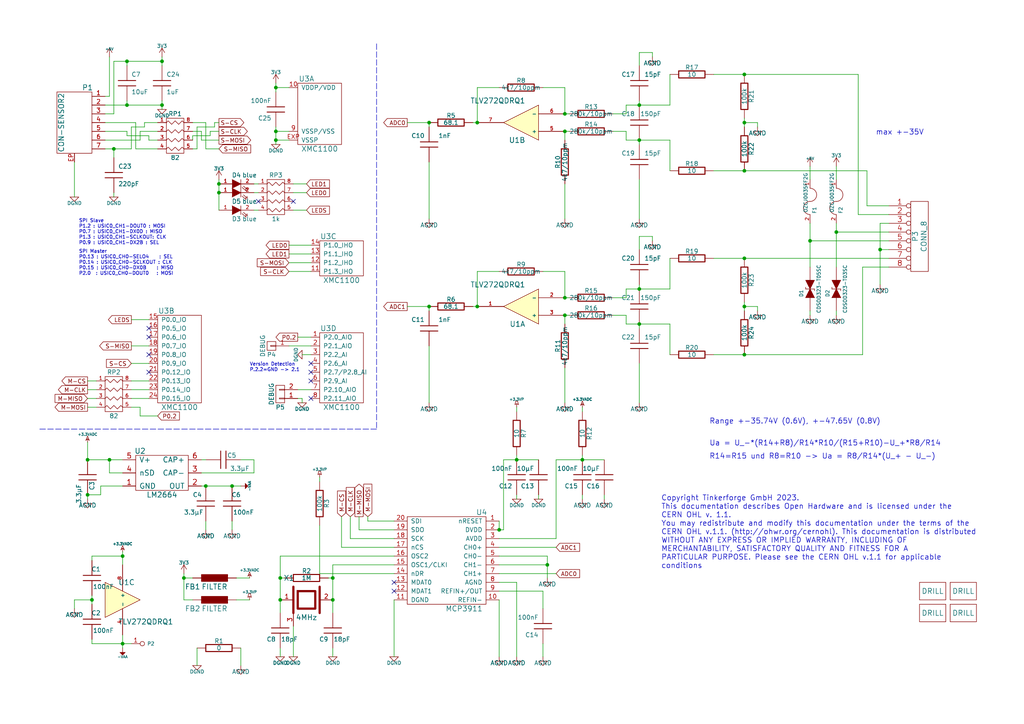
<source format=kicad_sch>
(kicad_sch (version 20211123) (generator eeschema)
  (paper "A4")
  (title_block (title "Industrial Dual Analog In") (date "2023-01-26") (rev "2.2") (company "Tinkerforge GmbH") (comment 1 "Licensed under CERN OHL v.1.1") (comment 2 "Copyright (©) 2023, B.Nordmeyer <bastian@tinkerforge.com>"))
  (lib_symbols
    (symbol "tinkerforge:+3.3VADC" (power) (pin_names (offset 0))
      (property "Value" "+3.3VADC" (at 0 2.54 0))
      (symbol "+3.3VADC_0_0"
        (pin power_in line (at 0 0 90) (length 0) hide (name "+3.3VADC") (number "1"))
      )
    )
    (symbol "tinkerforge:+3.3VP" (power) (pin_names (offset 0))
      (property "Value" "+3.3VP" (at 0 2.54 0))
      (symbol "+3.3VP_0_0"
        (pin power_in line (at 0 0 90) (length 0) hide (name "+3.3VP") (number "1"))
      )
    )
    (symbol "tinkerforge:+5V" (power) (pin_names (offset 0))
      (property "Value" "+5V" (at 0 3.556 0))
      (symbol "+5V_1_1"
        (pin power_in line (at 0 0 90) (length 0) hide (name "+5V") (number "1"))
      )
    )
    (symbol "tinkerforge:-VAA" (power) (pin_names (offset 0))
      (property "Value" "-VAA" (at 0 2.54 0))
      (symbol "-VAA_0_0"
        (pin power_in line (at 0 0 90) (length 0) hide (name "-VAA") (number "1"))
      )
    )
    (symbol "tinkerforge:3V3" (power) (pin_names (offset 0))
      (property "Value" "3V3" (at 0 3.556 0))
      (symbol "3V3_1_1"
        (pin power_in line (at 0 0 90) (length 0) hide (name "3V3") (number "1"))
      )
    )
    (symbol "tinkerforge:AGND" (power) (pin_names (offset 0))
      (property "Value" "AGND" (at 0 -5.08 0))
      (symbol "AGND_1_1"
        (pin power_in line (at 0 0 270) (length 0) hide (name "AGND") (number "1"))
      )
    )
    (symbol "tinkerforge:C" (pin_numbers hide) (pin_names (offset 0.254))
      (property "Reference" "C" (at 1.27 2.54 0))
      (property "Value" "C" (at 1.27 -2.54 0))
      (symbol "C_1_1"
        (pin passive line (at 0 5.08 270) (length 4.318) (name "~") (number "1"))
        (pin passive line (at 0 -5.08 90) (length 4.318) (name "~") (number "2"))
      )
    )
    (symbol "tinkerforge:CON-SENSOR2" (pin_names (offset 1.016))
      (property "Reference" "P" (at -3.81 10.16 0))
      (property "Value" "CON-SENSOR2" (at 3.81 0 90))
      (symbol "CON-SENSOR2_1_1"
        (pin passive line (at -8.89 7.62 0) (length 3.81) (name "~") (number "1"))
        (pin passive line (at -8.89 5.08 0) (length 3.81) (name "~") (number "2"))
        (pin passive line (at -8.89 2.54 0) (length 3.81) (name "~") (number "3"))
        (pin passive line (at -8.89 0 0) (length 3.81) (name "~") (number "4"))
        (pin passive line (at -8.89 -2.54 0) (length 3.81) (name "~") (number "5"))
        (pin passive line (at -8.89 -5.08 0) (length 3.81) (name "~") (number "6"))
        (pin passive line (at -8.89 -7.62 0) (length 3.81) (name "~") (number "7"))
        (pin passive line (at 0 -11.43 90) (length 2.54) (name "~") (number "EP"))
      )
    )
    (symbol "tinkerforge:CONN_01X01" (pin_names (offset 1.016) hide)
      (property "Reference" "P" (at 0 2.54 0))
      (property "Value" "CONN_01X01" (at 2.54 0 90))
      (symbol "CONN_01X01_1_1"
        (pin passive line (at -5.08 0 0) (length 3.81) (name "P1") (number "1"))
      )
    )
    (symbol "tinkerforge:CONN_01X02" (pin_names (offset 1.016) hide)
      (property "Reference" "P" (at 0 3.81 0))
      (property "Value" "CONN_01X02" (at 2.54 0 90))
      (symbol "CONN_01X02_1_1"
        (pin passive line (at -5.08 1.27 0) (length 3.81) (name "P1") (number "1"))
        (pin passive line (at -5.08 -1.27 0) (length 3.81) (name "P2") (number "2"))
      )
    )
    (symbol "tinkerforge:CONN_1" (pin_names (offset 1.016))
      (property "Reference" "P" (at -0.381 3.556 0))
      (property "Value" "CONN_1" (at 0 -2.286 0))
      (symbol "CONN_1_1_1"
        (pin input line (at -2.54 0 0) (length 2.54) (name "~") (number "1"))
      )
    )
    (symbol "tinkerforge:CONN_8" (pin_names (offset 0.762) hide)
      (property "Reference" "P" (at -1.27 0 90))
      (property "Value" "CONN_8" (at 1.27 0 90))
      (symbol "CONN_8_1_1"
        (pin passive inverted (at -8.89 8.89 0) (length 6.35) (name "1") (number "1"))
        (pin passive inverted (at -8.89 6.35 0) (length 6.35) (name "2") (number "2"))
        (pin passive inverted (at -8.89 3.81 0) (length 6.35) (name "3") (number "3"))
        (pin passive inverted (at -8.89 1.27 0) (length 6.35) (name "4") (number "4"))
        (pin passive inverted (at -8.89 -1.27 0) (length 6.35) (name "5") (number "5"))
        (pin passive inverted (at -8.89 -3.81 0) (length 6.35) (name "6") (number "6"))
        (pin passive inverted (at -8.89 -6.35 0) (length 6.35) (name "~") (number "7"))
        (pin passive inverted (at -8.89 -8.89 0) (length 6.35) (name "~") (number "8"))
      )
    )
    (symbol "tinkerforge:CRYSTAL_3225" (pin_names (offset 1.016))
      (property "Reference" "X" (at -5.08 6.35 0))
      (property "Value" "CRYSTAL_3225" (at 6.35 -6.35 0))
      (symbol "CRYSTAL_3225_1_1"
        (pin passive line (at -7.62 0 0) (length 3.81) (name "~") (number "1"))
        (pin passive line (at 7.62 0 180) (length 3.81) (name "~") (number "2"))
        (pin passive line (at -3.81 -7.62 90) (length 3.81) (name "~") (number "3"))
      )
    )
    (symbol "tinkerforge:DGND" (power) (pin_names (offset 1.016))
      (property "Value" "DGND" (at 0 -1.778 0))
      (symbol "DGND_1_1"
        (pin power_in line (at 0 0 90) (length 0) hide (name "DGND") (number "1"))
      )
    )
    (symbol "tinkerforge:DRILL" (pin_numbers hide) (pin_names (offset 0) hide)
      (property "Value" "DRILL" (at 0 0 0))
    )
    (symbol "tinkerforge:FUSE" (pin_names (offset 0.254))
      (property "Reference" "F" (at 2.54 1.27 0))
      (property "Value" "FUSE" (at -2.54 -1.27 0))
      (symbol "FUSE_1_1"
        (pin input line (at -6.35 0 0) (length 2.54) (name "~") (number "1"))
        (pin input line (at 6.35 0 180) (length 2.54) (name "~") (number "2"))
      )
    )
    (symbol "tinkerforge:INDUCT" (pin_numbers hide) (pin_names (offset 0))
      (property "Reference" "L" (at 2.032 0 90))
      (property "Value" "INDUCT" (at -2.54 0 90))
      (symbol "INDUCT_1_1"
        (pin passive line (at 0 6.35 270) (length 2.54) (name "~") (number "1"))
        (pin passive line (at 0 -6.35 90) (length 2.54) (name "~") (number "2"))
      )
    )
    (symbol "tinkerforge:LED" (pin_names (offset 1.016) hide)
      (property "Reference" "D" (at 0 2.54 0))
      (property "Value" "LED" (at 0 -2.54 0))
      (symbol "LED_1_1"
        (pin passive line (at -5.08 0 0) (length 3.81) (name "A") (number "1"))
        (pin passive line (at 5.08 0 180) (length 3.81) (name "K") (number "2"))
      )
    )
    (symbol "tinkerforge:LM2664" (pin_names (offset 1.016))
      (property "Reference" "U" (at -6.35 6.35 0))
      (property "Value" "LM2664" (at 0 -6.35 0))
      (symbol "LM2664_1_1"
        (pin input line (at -11.43 -3.81 0) (length 3.81) (name "GND") (number "1"))
        (pin input line (at 11.43 -3.81 180) (length 3.81) (name "OUT") (number "2"))
        (pin input line (at 11.43 0 180) (length 3.81) (name "CAP-") (number "3"))
        (pin input line (at -11.43 0 0) (length 3.81) (name "nSD") (number "4"))
        (pin input line (at -11.43 3.81 0) (length 3.81) (name "V+") (number "5"))
        (pin input line (at 11.43 3.81 180) (length 3.81) (name "CAP+") (number "6"))
      )
    )
    (symbol "tinkerforge:MCP3911" (pin_names (offset 1.016))
      (property "Reference" "U" (at -10.16 13.97 0))
      (property "Value" "MCP3911" (at -5.08 -13.97 0))
      (symbol "MCP3911_1_1"
        (pin passive line (at -15.24 11.43 0) (length 3.81) (name "nRESET") (number "1"))
        (pin passive line (at -15.24 -11.43 0) (length 3.81) (name "REFIN-") (number "10"))
        (pin passive line (at 15.24 -11.43 180) (length 3.81) (name "DGND") (number "11"))
        (pin passive line (at 15.24 -8.89 180) (length 3.81) (name "MDAT1") (number "12"))
        (pin passive line (at 15.24 -6.35 180) (length 3.81) (name "MDAT0") (number "13"))
        (pin passive line (at 15.24 -3.81 180) (length 3.81) (name "nDR") (number "14"))
        (pin passive line (at 15.24 -1.27 180) (length 3.81) (name "OSC1/CLKI") (number "15"))
        (pin passive line (at 15.24 1.27 180) (length 3.81) (name "OSC2") (number "16"))
        (pin passive line (at 15.24 3.81 180) (length 3.81) (name "nCS") (number "17"))
        (pin passive line (at 15.24 6.35 180) (length 3.81) (name "SCK") (number "18"))
        (pin passive line (at 15.24 8.89 180) (length 3.81) (name "SDO") (number "19"))
        (pin passive line (at -15.24 8.89 0) (length 3.81) (name "DVDD") (number "2"))
        (pin passive line (at 15.24 11.43 180) (length 3.81) (name "SDI") (number "20"))
        (pin passive line (at -15.24 6.35 0) (length 3.81) (name "AVDD") (number "3"))
        (pin passive line (at -15.24 3.81 0) (length 3.81) (name "CH0+") (number "4"))
        (pin passive line (at -15.24 1.27 0) (length 3.81) (name "CH0-") (number "5"))
        (pin passive line (at -15.24 -1.27 0) (length 3.81) (name "CH1-") (number "6"))
        (pin passive line (at -15.24 -3.81 0) (length 3.81) (name "CH1+") (number "7"))
        (pin passive line (at -15.24 -6.35 0) (length 3.81) (name "AGND") (number "8"))
        (pin passive line (at -15.24 -8.89 0) (length 3.81) (name "REFIN+/OUT") (number "9"))
      )
    )
    (symbol "tinkerforge:R" (pin_numbers hide) (pin_names (offset 0))
      (property "Reference" "R" (at 2.032 0 90))
      (property "Value" "R" (at 0 0 90))
      (symbol "R_1_1"
        (pin passive line (at 0 6.35 270) (length 2.54) (name "~") (number "1"))
        (pin passive line (at 0 -6.35 90) (length 2.54) (name "~") (number "2"))
      )
    )
    (symbol "tinkerforge:R_PACK4" (pin_names hide)
      (property "Reference" "RP" (at 0 11.43 0))
      (property "Value" "R_PACK4" (at 0 -1.27 0))
      (symbol "R_PACK4_1_1"
        (pin passive line (at -5.08 8.89 0) (length 2.54) (name "P1") (number "1"))
        (pin passive line (at -5.08 6.35 0) (length 2.54) (name "P2") (number "2"))
        (pin passive line (at -5.08 3.81 0) (length 2.54) (name "P3") (number "3"))
        (pin passive line (at -5.08 1.27 0) (length 2.54) (name "P4") (number "4"))
        (pin passive line (at 5.08 1.27 180) (length 2.54) (name "R4") (number "5"))
        (pin passive line (at 5.08 3.81 180) (length 2.54) (name "R3") (number "6"))
        (pin passive line (at 5.08 6.35 180) (length 2.54) (name "R2") (number "7"))
        (pin passive line (at 5.08 8.89 180) (length 2.54) (name "R1") (number "8"))
      )
    )
    (symbol "tinkerforge:TLV272"
      (property "Reference" "U" (at 3.81 5.08 0))
      (property "Value" "TLV272" (at 3.81 -6.35 0))
      (symbol "TLV272_1_1"
        (pin output line (at 12.7 0 180) (length 7.62) (name "~") (number "1"))
        (pin input line (at -12.7 -2.54 0) (length 7.62) (name "-") (number "2"))
        (pin input line (at -12.7 2.54 0) (length 7.62) (name "+") (number "3"))
      )
      (symbol "TLV272_2_1"
        (pin passive line (at -12.7 2.54 0) (length 7.62) (name "+") (number "5"))
        (pin passive line (at -12.7 -2.54 0) (length 7.62) (name "-") (number "6"))
        (pin passive line (at 12.7 0 180) (length 7.62) (name "~") (number "7"))
      )
      (symbol "TLV272_3_1"
        (pin input line (at 0 -10.16 90) (length 7.62) (name "-") (number "4"))
        (pin input line (at 0 10.16 270) (length 7.62) (name "+") (number "8"))
      )
    )
    (symbol "tinkerforge:TVS" (pin_numbers hide) (pin_names (offset 1.016) hide)
      (property "Reference" "D" (at -1.27 2.54 0))
      (property "Value" "TVS" (at 0 -2.54 0))
      (symbol "TVS_1_1"
        (pin passive line (at -6.35 0 0) (length 3.81) (name "A") (number "1"))
        (pin passive line (at 6.35 0 180) (length 3.81) (name "K") (number "2"))
      )
    )
    (symbol "tinkerforge:XMC1XXX24" (pin_names (offset 1.016))
      (property "Reference" "U" (at -3.81 15.24 0))
      (property "Value" "XMC1XXX24" (at 0 -16.51 0))
      (symbol "XMC1XXX24_1_1"
        (pin passive line (at -8.89 7.62 0) (length 2.54) (name "VDDP/VDD") (number "10"))
        (pin passive line (at -8.89 -5.08 0) (length 2.54) (name "VSSP/VSS") (number "9"))
        (pin passive line (at -8.89 -7.62 0) (length 2.54) (name "VSSP") (number "EXP"))
      )
      (symbol "XMC1XXX24_2_1"
        (pin passive line (at -8.89 11.43 0) (length 2.54) (name "P0.0_IO") (number "15"))
        (pin passive line (at -8.89 8.89 0) (length 2.54) (name "P0.5_IO") (number "16"))
        (pin passive line (at -8.89 6.35 0) (length 2.54) (name "P0.6_IO") (number "17"))
        (pin passive line (at -8.89 3.81 0) (length 2.54) (name "P0.7_IO") (number "18"))
        (pin passive line (at -8.89 1.27 0) (length 2.54) (name "P0.8_IO") (number "19"))
        (pin passive line (at -8.89 -1.27 0) (length 2.54) (name "P0.9_IO") (number "20"))
        (pin passive line (at -8.89 -3.81 0) (length 2.54) (name "P0.12_IO") (number "21"))
        (pin passive line (at -8.89 -6.35 0) (length 2.54) (name "P0.13_IO") (number "22"))
        (pin passive line (at -8.89 -8.89 0) (length 2.54) (name "P0.14_IO") (number "23"))
        (pin passive line (at -8.89 -11.43 0) (length 2.54) (name "P0.15_IO") (number "24"))
      )
      (symbol "XMC1XXX24_3_1"
        (pin passive line (at -8.89 -3.81 0) (length 2.54) (name "P1.3_IHO") (number "11"))
        (pin passive line (at -8.89 -1.27 0) (length 2.54) (name "P1.2_IHO") (number "12"))
        (pin passive line (at -8.89 1.27 0) (length 2.54) (name "P1.1_IHO") (number "13"))
        (pin passive line (at -8.89 3.81 0) (length 2.54) (name "P1.0_IHO") (number "14"))
      )
      (symbol "XMC1XXX24_4_1"
        (pin passive line (at -8.89 8.89 0) (length 2.54) (name "P2.0_AIO") (number "1"))
        (pin passive line (at -8.89 6.35 0) (length 2.54) (name "P2.1_AIO") (number "2"))
        (pin passive line (at -8.89 3.81 0) (length 2.54) (name "P2.2_AI") (number "3"))
        (pin passive line (at -8.89 1.27 0) (length 2.54) (name "P2.6_AI") (number "4"))
        (pin passive line (at -8.89 -1.27 0) (length 2.54) (name "P2.7/P2.8_AI") (number "5"))
        (pin passive line (at -8.89 -3.81 0) (length 2.54) (name "P2.9_AI") (number "6"))
        (pin passive line (at -8.89 -6.35 0) (length 2.54) (name "P2.10_AIO") (number "7"))
        (pin passive line (at -8.89 -8.89 0) (length 2.54) (name "P2.11_AIO") (number "8"))
      )
    )
  )
  (junction (at 96.52 173.99))
  (junction (at 63.5 55.88))
  (junction (at 185.42 93.98))
  (junction (at 215.9 21.59))
  (junction (at 35.56 186.69))
  (junction (at 46.99 17.78))
  (junction (at 81.28 173.99))
  (junction (at 67.31 140.97))
  (junction (at 35.56 161.29))
  (junction (at 124.46 35.56))
  (junction (at 36.83 17.78))
  (junction (at 26.67 173.99))
  (junction (at 53.34 167.64))
  (junction (at 163.83 33.02))
  (junction (at 234.95 69.85))
  (junction (at 215.9 88.9))
  (junction (at 185.42 30.48))
  (junction (at 59.69 140.97))
  (junction (at 25.4 143.51))
  (junction (at 185.42 40.64))
  (junction (at 124.46 88.9))
  (junction (at 215.9 35.56))
  (junction (at 158.75 163.83))
  (junction (at 168.91 133.35))
  (junction (at 242.57 67.31))
  (junction (at 36.83 30.48))
  (junction (at 163.83 38.1))
  (junction (at 81.28 167.64))
  (junction (at 31.75 133.35))
  (junction (at 96.52 167.64))
  (junction (at 33.02 43.18))
  (junction (at 80.01 38.1))
  (junction (at 215.9 74.93))
  (junction (at 144.78 153.67))
  (junction (at 80.01 40.64))
  (junction (at 255.27 72.39))
  (junction (at 80.01 25.4))
  (junction (at 149.86 133.35))
  (junction (at 25.4 133.35))
  (junction (at 163.83 91.44))
  (junction (at 185.42 83.82))
  (junction (at 138.43 88.9))
  (junction (at 138.43 35.56))
  (junction (at 215.9 102.87))
  (junction (at 163.83 86.36))
  (junction (at 215.9 49.53))
  (junction (at 63.5 53.34))
  (junction (at 46.99 30.48))
  (no_connect (at 43.18 102.87))
  (no_connect (at 114.3 171.45))
  (no_connect (at 74.93 58.42))
  (no_connect (at 90.17 110.49))
  (no_connect (at 90.17 115.57))
  (no_connect (at 43.18 95.25))
  (no_connect (at 43.18 107.95))
  (no_connect (at 43.18 97.79))
  (no_connect (at 114.3 168.91))
  (no_connect (at 90.17 107.95))
  (no_connect (at 90.17 105.41))
  (no_connect (at 85.09 58.42))
  (wire (pts (xy 251.46 49.53) (xy 251.46 59.69)))
  (wire (pts (xy 80.01 24.13) (xy 80.01 25.4)))
  (wire (pts (xy 215.9 35.56) (xy 215.9 36.83)))
  (wire (pts (xy 106.68 151.13) (xy 106.68 149.86)))
  (wire (pts (xy 35.56 186.69) (xy 38.1 186.69)))
  (wire (pts (xy 165.1 86.36) (xy 163.83 86.36)))
  (wire (pts (xy 163.83 116.84) (xy 163.83 106.68)))
  (wire (pts (xy 59.69 151.13) (xy 59.69 153.67)))
  (wire (pts (xy 26.67 186.69) (xy 35.56 186.69)))
  (wire (pts (xy 185.42 30.48) (xy 185.42 29.21)))
  (wire (pts (xy 251.46 59.69) (xy 257.81 59.69)))
  (wire (pts (xy 63.5 52.07) (xy 63.5 53.34)))
  (wire (pts (xy 31.75 133.35) (xy 25.4 133.35)))
  (wire (pts (xy 215.9 35.56) (xy 219.71 35.56)))
  (wire (pts (xy 124.46 35.56) (xy 124.46 36.83)))
  (wire (pts (xy 138.43 25.4) (xy 144.78 25.4)))
  (wire (pts (xy 40.64 40.64) (xy 40.64 38.1)))
  (wire (pts (xy 30.48 27.94) (xy 31.75 27.94)))
  (wire (pts (xy 242.57 64.77) (xy 242.57 67.31)))
  (wire (pts (xy 57.15 43.18) (xy 57.15 36.83)))
  (wire (pts (xy 181.61 93.98) (xy 181.61 91.44)))
  (wire (pts (xy 219.71 35.56) (xy 219.71 36.83)))
  (wire (pts (xy 149.86 133.35) (xy 156.21 133.35)))
  (wire (pts (xy 35.56 161.29) (xy 26.67 161.29)))
  (wire (pts (xy 101.6 156.21) (xy 101.6 149.86)))
  (wire (pts (xy 207.01 74.93) (xy 215.9 74.93)))
  (wire (pts (xy 144.78 158.75) (xy 161.29 158.75)))
  (wire (pts (xy 163.83 91.44) (xy 163.83 93.98)))
  (wire (pts (xy 62.23 35.56) (xy 63.5 35.56)))
  (wire (pts (xy 26.67 161.29) (xy 26.67 162.56)))
  (wire (pts (xy 185.42 68.58) (xy 185.42 72.39)))
  (wire (pts (xy 36.83 38.1) (xy 36.83 39.37)))
  (wire (pts (xy 33.02 33.02) (xy 33.02 17.78)))
  (wire (pts (xy 101.6 156.21) (xy 114.3 156.21)))
  (wire (pts (xy 67.31 140.97) (xy 69.85 140.97)))
  (wire (pts (xy 80.01 40.64) (xy 83.82 40.64)))
  (wire (pts (xy 165.1 33.02) (xy 163.83 33.02)))
  (wire (pts (xy 38.1 92.71) (xy 43.18 92.71)))
  (wire (pts (xy 59.69 35.56) (xy 59.69 43.18)))
  (wire (pts (xy 38.1 105.41) (xy 43.18 105.41)))
  (wire (pts (xy 30.48 30.48) (xy 36.83 30.48)))
  (wire (pts (xy 27.94 113.03) (xy 25.4 113.03)))
  (wire (pts (xy 25.4 133.35) (xy 25.4 128.27)))
  (wire (pts (xy 144.78 151.13) (xy 144.78 153.67)))
  (wire (pts (xy 90.17 76.2) (xy 83.82 76.2)))
  (wire (pts (xy 118.11 35.56) (xy 124.46 35.56)))
  (wire (pts (xy 219.71 88.9) (xy 219.71 90.17)))
  (wire (pts (xy 255.27 72.39) (xy 255.27 82.55)))
  (wire (pts (xy 36.83 19.05) (xy 36.83 17.78)))
  (wire (pts (xy 80.01 40.64) (xy 80.01 38.1)))
  (wire (pts (xy 38.1 113.03) (xy 43.18 113.03)))
  (wire (pts (xy 215.9 88.9) (xy 219.71 88.9)))
  (wire (pts (xy 149.86 119.38) (xy 149.86 118.11)))
  (wire (pts (xy 59.69 140.97) (xy 67.31 140.97)))
  (wire (pts (xy 215.9 87.63) (xy 215.9 88.9)))
  (wire (pts (xy 163.83 78.74) (xy 157.48 78.74)))
  (wire (pts (xy 74.93 55.88) (xy 73.66 55.88)))
  (wire (pts (xy 41.91 35.56) (xy 45.72 35.56)))
  (wire (pts (xy 144.78 168.91) (xy 149.86 168.91)))
  (wire (pts (xy 85.09 60.96) (xy 88.9 60.96)))
  (wire (pts (xy 185.42 83.82) (xy 194.31 83.82)))
  (wire (pts (xy 46.99 30.48) (xy 46.99 31.75)))
  (wire (pts (xy 45.72 120.65) (xy 40.64 120.65)))
  (wire (pts (xy 30.48 38.1) (xy 36.83 38.1)))
  (wire (pts (xy 57.15 187.96) (xy 57.15 193.04)))
  (wire (pts (xy 234.95 69.85) (xy 257.81 69.85)))
  (wire (pts (xy 35.56 133.35) (xy 31.75 133.35)))
  (wire (pts (xy 60.96 38.1) (xy 63.5 38.1)))
  (wire (pts (xy 114.3 166.37) (xy 92.71 166.37)))
  (polyline (pts (xy 109.22 12.7) (xy 109.22 124.46)))
  (wire (pts (xy 88.9 55.88) (xy 85.09 55.88)))
  (wire (pts (xy 27.94 115.57) (xy 25.4 115.57)))
  (wire (pts (xy 38.1 43.18) (xy 38.1 36.83)))
  (wire (pts (xy 80.01 41.91) (xy 80.01 40.64)))
  (wire (pts (xy 234.95 69.85) (xy 234.95 77.47)))
  (wire (pts (xy 163.83 63.5) (xy 163.83 53.34)))
  (wire (pts (xy 86.36 97.79) (xy 90.17 97.79)))
  (wire (pts (xy 25.4 110.49) (xy 27.94 110.49)))
  (wire (pts (xy 83.82 25.4) (xy 80.01 25.4)))
  (wire (pts (xy 181.61 30.48) (xy 185.42 30.48)))
  (wire (pts (xy 250.19 77.47) (xy 257.81 77.47)))
  (wire (pts (xy 215.9 88.9) (xy 215.9 90.17)))
  (wire (pts (xy 161.29 156.21) (xy 161.29 133.35)))
  (wire (pts (xy 157.48 171.45) (xy 157.48 176.53)))
  (wire (pts (xy 55.88 43.18) (xy 57.15 43.18)))
  (wire (pts (xy 234.95 52.07) (xy 234.95 48.26)))
  (wire (pts (xy 144.78 161.29) (xy 158.75 161.29)))
  (wire (pts (xy 38.1 100.33) (xy 43.18 100.33)))
  (wire (pts (xy 36.83 17.78) (xy 46.99 17.78)))
  (wire (pts (xy 31.75 137.16) (xy 31.75 133.35)))
  (wire (pts (xy 144.78 190.5) (xy 144.78 173.99)))
  (wire (pts (xy 25.4 143.51) (xy 25.4 144.78)))
  (wire (pts (xy 46.99 29.21) (xy 46.99 30.48)))
  (wire (pts (xy 36.83 30.48) (xy 36.83 29.21)))
  (wire (pts (xy 144.78 163.83) (xy 158.75 163.83)))
  (wire (pts (xy 83.82 73.66) (xy 90.17 73.66)))
  (wire (pts (xy 185.42 41.91) (xy 185.42 40.64)))
  (wire (pts (xy 35.56 184.15) (xy 35.56 186.69)))
  (wire (pts (xy 80.01 38.1) (xy 80.01 36.83)))
  (wire (pts (xy 53.34 166.37) (xy 53.34 167.64)))
  (wire (pts (xy 68.58 173.99) (xy 72.39 173.99)))
  (wire (pts (xy 138.43 35.56) (xy 138.43 25.4)))
  (wire (pts (xy 177.8 33.02) (xy 181.61 33.02)))
  (wire (pts (xy 161.29 133.35) (xy 168.91 133.35)))
  (wire (pts (xy 83.82 38.1) (xy 80.01 38.1)))
  (wire (pts (xy 234.95 64.77) (xy 234.95 69.85)))
  (wire (pts (xy 104.14 153.67) (xy 104.14 149.86)))
  (wire (pts (xy 185.42 95.25) (xy 185.42 93.98)))
  (wire (pts (xy 215.9 49.53) (xy 251.46 49.53)))
  (wire (pts (xy 96.52 163.83) (xy 96.52 167.64)))
  (wire (pts (xy 33.02 57.15) (xy 33.02 55.88)))
  (wire (pts (xy 58.42 40.64) (xy 63.5 40.64)))
  (wire (pts (xy 242.57 67.31) (xy 242.57 77.47)))
  (wire (pts (xy 73.66 60.96) (xy 74.93 60.96)))
  (wire (pts (xy 73.66 53.34) (xy 74.93 53.34)))
  (wire (pts (xy 62.23 36.83) (xy 62.23 35.56)))
  (wire (pts (xy 181.61 83.82) (xy 185.42 83.82)))
  (wire (pts (xy 30.48 43.18) (xy 33.02 43.18)))
  (wire (pts (xy 38.1 115.57) (xy 43.18 115.57)))
  (wire (pts (xy 168.91 133.35) (xy 175.26 133.35)))
  (wire (pts (xy 114.3 163.83) (xy 96.52 163.83)))
  (wire (pts (xy 138.43 88.9) (xy 138.43 78.74)))
  (wire (pts (xy 58.42 38.1) (xy 58.42 40.64)))
  (wire (pts (xy 63.5 53.34) (xy 63.5 55.88)))
  (wire (pts (xy 124.46 116.84) (xy 124.46 100.33)))
  (wire (pts (xy 55.88 39.37) (xy 60.96 39.37)))
  (wire (pts (xy 248.92 62.23) (xy 257.81 62.23)))
  (wire (pts (xy 181.61 40.64) (xy 185.42 40.64)))
  (wire (pts (xy 215.9 102.87) (xy 250.19 102.87)))
  (wire (pts (xy 55.88 38.1) (xy 58.42 38.1)))
  (wire (pts (xy 53.34 167.64) (xy 53.34 173.99)))
  (wire (pts (xy 207.01 102.87) (xy 215.9 102.87)))
  (wire (pts (xy 26.67 186.69) (xy 26.67 185.42)))
  (wire (pts (xy 185.42 105.41) (xy 185.42 116.84)))
  (wire (pts (xy 92.71 166.37) (xy 92.71 152.4)))
  (wire (pts (xy 33.02 43.18) (xy 38.1 43.18)))
  (wire (pts (xy 46.99 16.51) (xy 46.99 17.78)))
  (wire (pts (xy 255.27 64.77) (xy 255.27 72.39)))
  (wire (pts (xy 165.1 38.1) (xy 163.83 38.1)))
  (wire (pts (xy 114.3 153.67) (xy 104.14 153.67)))
  (wire (pts (xy 137.16 35.56) (xy 138.43 35.56)))
  (wire (pts (xy 39.37 43.18) (xy 45.72 43.18)))
  (wire (pts (xy 67.31 151.13) (xy 67.31 153.67)))
  (wire (pts (xy 242.57 91.44) (xy 242.57 90.17)))
  (wire (pts (xy 99.06 158.75) (xy 99.06 149.86)))
  (wire (pts (xy 81.28 167.64) (xy 81.28 173.99)))
  (wire (pts (xy 81.28 167.64) (xy 82.55 167.64)))
  (wire (pts (xy 59.69 133.35) (xy 58.42 133.35)))
  (wire (pts (xy 73.66 133.35) (xy 69.85 133.35)))
  (wire (pts (xy 146.05 153.67) (xy 146.05 133.35)))
  (wire (pts (xy 21.59 173.99) (xy 21.59 176.53)))
  (wire (pts (xy 175.26 144.78) (xy 175.26 143.51)))
  (wire (pts (xy 92.71 139.7) (xy 92.71 138.43)))
  (wire (pts (xy 144.78 156.21) (xy 161.29 156.21)))
  (wire (pts (xy 189.23 69.85) (xy 189.23 68.58)))
  (wire (pts (xy 35.56 161.29) (xy 35.56 163.83)))
  (wire (pts (xy 35.56 140.97) (xy 29.21 140.97)))
  (wire (pts (xy 33.02 45.72) (xy 33.02 43.18)))
  (wire (pts (xy 43.18 39.37) (xy 43.18 40.64)))
  (wire (pts (xy 158.75 163.83) (xy 158.75 167.64)))
  (wire (pts (xy 234.95 91.44) (xy 234.95 90.17)))
  (wire (pts (xy 168.91 133.35) (xy 168.91 132.08)))
  (wire (pts (xy 215.9 34.29) (xy 215.9 35.56)))
  (wire (pts (xy 181.61 40.64) (xy 181.61 38.1)))
  (wire (pts (xy 80.01 25.4) (xy 80.01 26.67)))
  (wire (pts (xy 149.86 144.78) (xy 149.86 143.51)))
  (wire (pts (xy 39.37 35.56) (xy 39.37 43.18)))
  (wire (pts (xy 118.11 88.9) (xy 124.46 88.9)))
  (wire (pts (xy 30.48 35.56) (xy 39.37 35.56)))
  (wire (pts (xy 189.23 15.24) (xy 185.42 15.24)))
  (wire (pts (xy 242.57 52.07) (xy 242.57 48.26)))
  (wire (pts (xy 87.63 115.57) (xy 87.63 116.84)))
  (wire (pts (xy 149.86 168.91) (xy 149.86 190.5)))
  (wire (pts (xy 60.96 39.37) (xy 60.96 38.1)))
  (wire (pts (xy 31.75 27.94) (xy 31.75 16.51)))
  (wire (pts (xy 146.05 133.35) (xy 149.86 133.35)))
  (wire (pts (xy 40.64 118.11) (xy 38.1 118.11)))
  (wire (pts (xy 156.21 144.78) (xy 156.21 143.51)))
  (wire (pts (xy 114.3 151.13) (xy 106.68 151.13)))
  (wire (pts (xy 35.56 160.02) (xy 35.56 161.29)))
  (wire (pts (xy 185.42 40.64) (xy 194.31 40.64)))
  (wire (pts (xy 30.48 40.64) (xy 40.64 40.64)))
  (wire (pts (xy 124.46 88.9) (xy 124.46 90.17)))
  (wire (pts (xy 41.91 36.83) (xy 41.91 35.56)))
  (wire (pts (xy 58.42 137.16) (xy 73.66 137.16)))
  (wire (pts (xy 53.34 173.99) (xy 55.88 173.99)))
  (wire (pts (xy 207.01 21.59) (xy 215.9 21.59)))
  (wire (pts (xy 189.23 68.58) (xy 185.42 68.58)))
  (wire (pts (xy 26.67 172.72) (xy 26.67 173.99)))
  (wire (pts (xy 57.15 36.83) (xy 62.23 36.83)))
  (wire (pts (xy 43.18 110.49) (xy 38.1 110.49)))
  (wire (pts (xy 248.92 21.59) (xy 248.92 62.23)))
  (wire (pts (xy 250.19 102.87) (xy 250.19 77.47)))
  (wire (pts (xy 177.8 86.36) (xy 181.61 86.36)))
  (wire (pts (xy 255.27 72.39) (xy 257.81 72.39)))
  (wire (pts (xy 69.85 193.04) (xy 69.85 187.96)))
  (wire (pts (xy 185.42 93.98) (xy 194.31 93.98)))
  (wire (pts (xy 55.88 35.56) (xy 59.69 35.56)))
  (wire (pts (xy 207.01 49.53) (xy 215.9 49.53)))
  (wire (pts (xy 189.23 16.51) (xy 189.23 15.24)))
  (wire (pts (xy 36.83 30.48) (xy 46.99 30.48)))
  (wire (pts (xy 194.31 40.64) (xy 194.31 49.53)))
  (wire (pts (xy 158.75 161.29) (xy 158.75 163.83)))
  (wire (pts (xy 81.28 161.29) (xy 81.28 167.64)))
  (wire (pts (xy 114.3 161.29) (xy 81.28 161.29)))
  (polyline (pts (xy 109.22 124.46) (xy 11.43 124.46)))
  (wire (pts (xy 99.06 158.75) (xy 114.3 158.75)))
  (wire (pts (xy 181.61 91.44) (xy 177.8 91.44)))
  (wire (pts (xy 63.5 55.88) (xy 63.5 60.96)))
  (wire (pts (xy 81.28 173.99) (xy 81.28 177.8)))
  (wire (pts (xy 194.31 30.48) (xy 194.31 21.59)))
  (wire (pts (xy 83.82 71.12) (xy 90.17 71.12)))
  (wire (pts (xy 38.1 36.83) (xy 41.91 36.83)))
  (wire (pts (xy 46.99 17.78) (xy 46.99 19.05)))
  (wire (pts (xy 59.69 43.18) (xy 63.5 43.18)))
  (wire (pts (xy 163.83 38.1) (xy 163.83 40.64)))
  (wire (pts (xy 215.9 74.93) (xy 257.81 74.93)))
  (wire (pts (xy 181.61 93.98) (xy 185.42 93.98)))
  (wire (pts (xy 149.86 133.35) (xy 149.86 132.08)))
  (wire (pts (xy 138.43 78.74) (xy 144.78 78.74)))
  (wire (pts (xy 40.64 120.65) (xy 40.64 118.11)))
  (wire (pts (xy 114.3 173.99) (xy 114.3 190.5)))
  (wire (pts (xy 55.88 40.64) (xy 55.88 39.37)))
  (wire (pts (xy 81.28 190.5) (xy 81.28 187.96)))
  (wire (pts (xy 87.63 102.87) (xy 90.17 102.87)))
  (wire (pts (xy 215.9 21.59) (xy 248.92 21.59)))
  (wire (pts (xy 29.21 140.97) (xy 29.21 143.51)))
  (wire (pts (xy 168.91 144.78) (xy 168.91 143.51)))
  (wire (pts (xy 165.1 91.44) (xy 163.83 91.44)))
  (wire (pts (xy 96.52 190.5) (xy 96.52 187.96)))
  (wire (pts (xy 29.21 143.51) (xy 25.4 143.51)))
  (wire (pts (xy 242.57 67.31) (xy 257.81 67.31)))
  (wire (pts (xy 83.82 78.74) (xy 90.17 78.74)))
  (wire (pts (xy 161.29 166.37) (xy 144.78 166.37)))
  (wire (pts (xy 86.36 115.57) (xy 87.63 115.57)))
  (wire (pts (xy 181.61 33.02) (xy 181.61 30.48)))
  (wire (pts (xy 83.82 100.33) (xy 90.17 100.33)))
  (wire (pts (xy 85.09 181.61) (xy 85.09 190.5)))
  (wire (pts (xy 194.31 93.98) (xy 194.31 102.87)))
  (wire (pts (xy 21.59 57.15) (xy 21.59 46.99)))
  (wire (pts (xy 181.61 86.36) (xy 181.61 83.82)))
  (wire (pts (xy 96.52 167.64) (xy 96.52 173.99)))
  (wire (pts (xy 58.42 140.97) (xy 59.69 140.97)))
  (wire (pts (xy 35.56 186.69) (xy 35.56 187.96)))
  (wire (pts (xy 137.16 88.9) (xy 138.43 88.9)))
  (wire (pts (xy 95.25 167.64) (xy 96.52 167.64)))
  (wire (pts (xy 35.56 137.16) (xy 31.75 137.16)))
  (wire (pts (xy 185.42 52.07) (xy 185.42 63.5)))
  (wire (pts (xy 26.67 173.99) (xy 21.59 173.99)))
  (wire (pts (xy 185.42 15.24) (xy 185.42 19.05)))
  (wire (pts (xy 157.48 190.5) (xy 157.48 186.69)))
  (wire (pts (xy 185.42 83.82) (xy 185.42 82.55)))
  (wire (pts (xy 27.94 118.11) (xy 25.4 118.11)))
  (wire (pts (xy 194.31 83.82) (xy 194.31 74.93)))
  (wire (pts (xy 181.61 38.1) (xy 177.8 38.1)))
  (wire (pts (xy 43.18 40.64) (xy 45.72 40.64)))
  (wire (pts (xy 36.83 39.37) (xy 43.18 39.37)))
  (wire (pts (xy 73.66 137.16) (xy 73.66 133.35)))
  (wire (pts (xy 86.36 113.03) (xy 90.17 113.03)))
  (wire (pts (xy 26.67 173.99) (xy 26.67 175.26)))
  (wire (pts (xy 144.78 171.45) (xy 157.48 171.45)))
  (wire (pts (xy 68.58 167.64) (xy 72.39 167.64)))
  (wire (pts (xy 255.27 64.77) (xy 257.81 64.77)))
  (wire (pts (xy 168.91 119.38) (xy 168.91 118.11)))
  (wire (pts (xy 124.46 63.5) (xy 124.46 46.99)))
  (wire (pts (xy 185.42 30.48) (xy 194.31 30.48)))
  (wire (pts (xy 163.83 86.36) (xy 163.83 78.74)))
  (wire (pts (xy 40.64 38.1) (xy 45.72 38.1)))
  (wire (pts (xy 163.83 33.02) (xy 163.83 25.4)))
  (wire (pts (xy 144.78 153.67) (xy 146.05 153.67)))
  (wire (pts (xy 33.02 17.78) (xy 36.83 17.78)))
  (wire (pts (xy 53.34 167.64) (xy 55.88 167.64)))
  (wire (pts (xy 163.83 25.4) (xy 157.48 25.4)))
  (wire (pts (xy 30.48 33.02) (xy 33.02 33.02)))
  (wire (pts (xy 85.09 53.34) (xy 88.9 53.34)))
  (wire (pts (xy 96.52 173.99) (xy 96.52 177.8)))
  (text "Range +-35.74V (0.6V), +-47.65V (0.8V)" (at 205.74 123.19 0) (effects (font (size 1.524 1.524)) (justify left bottom)))
  (text "Ua = U_-*(R14+R8)/R14*R10/(R15+R10)-U_+*R8/R14" (at 205.74 129.54 0) (effects (font (size 1.524 1.524)) (justify left bottom)))
  (text "R14=R15 und R8=R10 -> Ua = R8/R14*(U_+ - U_-)" (at 205.74 133.35 0) (effects (font (size 1.524 1.524)) (justify left bottom)))
  (text "max +-35V" (at 254 39.37 0) (effects (font (size 1.524 1.524)) (justify left bottom)))
  (text "SPI Slave\nP1.2 : USIC0_CH1-DOUT0 : MOSI\nP0.7 : USIC0_CH1-DX0D : MISO\nP1.3 : USIC0_CH1-SCLKOUT: CLK\nP0.9 : USIC0_CH1-DX2B : SEL\n" (at 22.86 71.12 0) (effects (font (size 0.9906 0.9906)) (justify left bottom)))
  (text "Version Detection \nP.2.2=GND -> 2.1" (at 72.39 107.95 0) (effects (font (size 0.9906 0.9906)) (justify left bottom)))
  (text "Copyright Tinkerforge GmbH 2023.\nThis documentation describes Open Hardware and is licensed under the\nCERN OHL v. 1.1.\nYou may redistribute and modify this documentation under the terms of the\nCERN OHL v.1.1. (http://ohwr.org/cernohl). This documentation is distributed\nWITHOUT ANY EXPRESS OR IMPLIED WARRANTY, INCLUDING OF\nMERCHANTABILITY, SATISFACTORY QUALITY AND FITNESS FOR A\nPARTICULAR PURPOSE. Please see the CERN OHL v.1.1 for applicable\nconditions\n" (at 191.77 165.1 0) (effects (font (size 1.524 1.524)) (justify left bottom)))
  (text "SPI Master\nP0.13 : USIC0_CH0-SELO4    : SEL\nP0.14 : USIC0_CH0-SCLKOUT : CLK\nP0.15 : USIC0_CH0-DX0B    : MISO\nP2.0  : USIC0_CH0-DOUT0   : MOSI" (at 22.86 80.01 0) (effects (font (size 0.9906 0.9906)) (justify left bottom)))
  (global_label "S-CLK" (shape input) (at 83.82 78.74 180) (effects (font (size 1.1938 1.1938))) (property "Intersheet References" "${INTERSHEET_REFS}" (effects hide)))
  (global_label "ADC0" (shape output) (at 118.11 35.56 180) (effects (font (size 1.1938 1.1938))) (property "Intersheet References" "${INTERSHEET_REFS}" (effects hide)))
  (global_label "M-MOSI" (shape output) (at 25.4 118.11 180) (effects (font (size 1.1938 1.1938))) (property "Intersheet References" "${INTERSHEET_REFS}" (effects hide)))
  (global_label "LED1" (shape output) (at 83.82 73.66 180) (effects (font (size 1.1938 1.1938))) (property "Intersheet References" "${INTERSHEET_REFS}" (effects hide)))
  (global_label "S-MOSI" (shape input) (at 83.82 76.2 180) (effects (font (size 1.1938 1.1938))) (property "Intersheet References" "${INTERSHEET_REFS}" (effects hide)))
  (global_label "LEDS" (shape input) (at 88.9 60.96 0) (effects (font (size 1.1938 1.1938))) (property "Intersheet References" "${INTERSHEET_REFS}" (effects hide)))
  (global_label "M-CLK" (shape input) (at 101.6 149.86 90) (effects (font (size 1.1938 1.1938))) (property "Intersheet References" "${INTERSHEET_REFS}" (effects hide)))
  (global_label "ADC1" (shape input) (at 161.29 158.75 0) (effects (font (size 1.1938 1.1938))) (property "Intersheet References" "${INTERSHEET_REFS}" (effects hide)))
  (global_label "LED0" (shape output) (at 83.82 71.12 180) (effects (font (size 1.1938 1.1938))) (property "Intersheet References" "${INTERSHEET_REFS}" (effects hide)))
  (global_label "P0.2" (shape input) (at 45.72 120.65 0) (effects (font (size 1.1938 1.1938))) (property "Intersheet References" "${INTERSHEET_REFS}" (effects hide)))
  (global_label "M-CS" (shape output) (at 25.4 110.49 180) (effects (font (size 1.1938 1.1938))) (property "Intersheet References" "${INTERSHEET_REFS}" (effects hide)))
  (global_label "LED0" (shape input) (at 88.9 55.88 0) (effects (font (size 1.1938 1.1938))) (property "Intersheet References" "${INTERSHEET_REFS}" (effects hide)))
  (global_label "M-MISO" (shape output) (at 104.14 149.86 90) (effects (font (size 1.1938 1.1938))) (property "Intersheet References" "${INTERSHEET_REFS}" (effects hide)))
  (global_label "LEDS" (shape output) (at 38.1 92.71 180) (effects (font (size 1.1938 1.1938))) (property "Intersheet References" "${INTERSHEET_REFS}" (effects hide)))
  (global_label "M-MOSI" (shape input) (at 106.68 149.86 90) (effects (font (size 1.1938 1.1938))) (property "Intersheet References" "${INTERSHEET_REFS}" (effects hide)))
  (global_label "M-MISO" (shape input) (at 25.4 115.57 180) (effects (font (size 1.1938 1.1938))) (property "Intersheet References" "${INTERSHEET_REFS}" (effects hide)))
  (global_label "M-CS" (shape input) (at 99.06 149.86 90) (effects (font (size 1.1938 1.1938))) (property "Intersheet References" "${INTERSHEET_REFS}" (effects hide)))
  (global_label "P0.2" (shape output) (at 86.36 97.79 180) (effects (font (size 1.1938 1.1938))) (property "Intersheet References" "${INTERSHEET_REFS}" (effects hide)))
  (global_label "S-CLK" (shape output) (at 63.5 38.1 0) (effects (font (size 1.1938 1.1938))) (property "Intersheet References" "${INTERSHEET_REFS}" (effects hide)))
  (global_label "S-MISO" (shape output) (at 38.1 100.33 180) (effects (font (size 1.1938 1.1938))) (property "Intersheet References" "${INTERSHEET_REFS}" (effects hide)))
  (global_label "M-CLK" (shape output) (at 25.4 113.03 180) (effects (font (size 1.1938 1.1938))) (property "Intersheet References" "${INTERSHEET_REFS}" (effects hide)))
  (global_label "ADC1" (shape output) (at 118.11 88.9 180) (effects (font (size 1.1938 1.1938))) (property "Intersheet References" "${INTERSHEET_REFS}" (effects hide)))
  (global_label "S-MISO" (shape input) (at 63.5 43.18 0) (effects (font (size 1.1938 1.1938))) (property "Intersheet References" "${INTERSHEET_REFS}" (effects hide)))
  (global_label "S-CS" (shape input) (at 38.1 105.41 180) (effects (font (size 1.1938 1.1938))) (property "Intersheet References" "${INTERSHEET_REFS}" (effects hide)))
  (global_label "S-CS" (shape output) (at 63.5 35.56 0) (effects (font (size 1.1938 1.1938))) (property "Intersheet References" "${INTERSHEET_REFS}" (effects hide)))
  (global_label "S-MOSI" (shape output) (at 63.5 40.64 0) (effects (font (size 1.1938 1.1938))) (property "Intersheet References" "${INTERSHEET_REFS}" (effects hide)))
  (global_label "LED1" (shape input) (at 88.9 53.34 0) (effects (font (size 1.1938 1.1938))) (property "Intersheet References" "${INTERSHEET_REFS}" (effects hide)))
  (global_label "ADC0" (shape input) (at 161.29 166.37 0) (effects (font (size 1.1938 1.1938))) (property "Intersheet References" "${INTERSHEET_REFS}" (effects hide)))
  (symbol (lib_id "tinkerforge:3V3") (at 46.99 16.51 0) (unit 1)
    (property "Reference" "#PWR01" (effects hide))
    (property "Value" "3V3" (at 46.99 13.335 0) (effects (font (size 1.016 1.016))))
  )
  (symbol (lib_id "tinkerforge:C") (at 36.83 24.13 0) (unit 1)
    (property "Reference" "C7" (at 38.1 21.59 0) (effects (justify left)))
    (property "Value" "10uF" (at 38.1 26.67 0) (effects (justify left)))
    (property "Footprint" "kicad-libraries:C0805" (effects hide))
  )
  (symbol (lib_id "tinkerforge:DRILL") (at 279.4 177.8 0) (unit 1)
    (property "Reference" "U8" (effects hide))
    (property "Value" "DRILL" (at 279.4 177.8 0) (effects (font (size 1.524 1.524))))
    (property "Footprint" "kicad-libraries:DRILL_NP" (effects hide))
  )
  (symbol (lib_id "tinkerforge:DRILL") (at 279.4 171.45 0) (unit 1)
    (property "Reference" "U7" (effects hide))
    (property "Value" "DRILL" (at 279.4 171.45 0) (effects (font (size 1.524 1.524))))
    (property "Footprint" "kicad-libraries:DRILL_NP" (effects hide))
  )
  (symbol (lib_id "tinkerforge:DRILL") (at 270.51 171.45 0) (unit 1)
    (property "Reference" "U5" (effects hide))
    (property "Value" "DRILL" (at 270.51 171.45 0) (effects (font (size 1.524 1.524))))
    (property "Footprint" "kicad-libraries:DRILL_NP" (effects hide))
  )
  (symbol (lib_id "tinkerforge:DRILL") (at 270.51 177.8 0) (unit 1)
    (property "Reference" "U6" (effects hide))
    (property "Value" "DRILL" (at 270.51 177.8 0) (effects (font (size 1.524 1.524))))
    (property "Footprint" "kicad-libraries:DRILL_NP" (effects hide))
  )
  (symbol (lib_id "tinkerforge:+5V") (at 31.75 16.51 0) (unit 1)
    (property "Reference" "#PWR02" (effects hide))
    (property "Value" "+5V" (at 31.75 14.224 0) (effects (font (size 0.762 0.762))))
  )
  (symbol (lib_id "tinkerforge:AGND") (at 69.85 193.04 0) (unit 1)
    (property "Reference" "#PWR026" (effects hide))
    (property "Value" "AGND" (at 69.85 194.818 0))
  )
  (symbol (lib_id "tinkerforge:MCP3911") (at 129.54 162.56 0) (mirror y) (unit 1)
    (property "Reference" "U4" (at 139.7 148.59 0) (effects (font (size 1.524 1.524))))
    (property "Value" "MCP3911" (at 134.62 176.53 0) (effects (font (size 1.524 1.524))))
    (property "Footprint" "kicad-libraries:SSOP20-53" (effects hide))
  )
  (symbol (lib_id "tinkerforge:AGND") (at 149.86 190.5 0) (unit 1)
    (property "Reference" "#PWR03" (effects hide))
    (property "Value" "AGND" (at 149.86 192.278 0))
  )
  (symbol (lib_id "tinkerforge:C") (at 81.28 182.88 180) (unit 1)
    (property "Reference" "C8" (at 80.01 185.42 0) (effects (justify left)))
    (property "Value" "18pF" (at 86.36 185.42 0) (effects (justify left)))
    (property "Footprint" "kicad-libraries:C0603F" (effects hide))
  )
  (symbol (lib_id "tinkerforge:C") (at 96.52 182.88 180) (unit 1)
    (property "Reference" "C9" (at 95.25 185.42 0) (effects (justify left)))
    (property "Value" "18pF" (at 101.6 185.42 0) (effects (justify left)))
    (property "Footprint" "kicad-libraries:C0603F" (effects hide))
  )
  (symbol (lib_id "tinkerforge:C") (at 157.48 181.61 180) (unit 1)
    (property "Reference" "C14" (at 156.21 184.15 0) (effects (justify left)))
    (property "Value" "100nF" (at 156.21 179.07 0) (effects (justify left)))
    (property "Footprint" "kicad-libraries:C0603F" (effects hide))
  )
  (symbol (lib_id "tinkerforge:AGND") (at 157.48 190.5 0) (unit 1)
    (property "Reference" "#PWR04" (effects hide))
    (property "Value" "AGND" (at 157.48 192.278 0))
  )
  (symbol (lib_id "tinkerforge:AGND") (at 144.78 190.5 0) (unit 1)
    (property "Reference" "#PWR05" (effects hide))
    (property "Value" "AGND" (at 144.78 192.278 0))
  )
  (symbol (lib_id "tinkerforge:C") (at 175.26 138.43 180) (unit 1)
    (property "Reference" "C16" (at 173.99 140.97 0) (effects (justify left)))
    (property "Value" "10µF" (at 173.99 135.89 0) (effects (justify left)))
    (property "Footprint" "kicad-libraries:C0603F" (effects hide))
  )
  (symbol (lib_id "tinkerforge:C") (at 168.91 138.43 180) (unit 1)
    (property "Reference" "C15" (at 167.64 140.97 0) (effects (justify left)))
    (property "Value" "100nF" (at 167.64 135.89 0) (effects (justify left)))
    (property "Footprint" "kicad-libraries:C0603F" (effects hide))
  )
  (symbol (lib_id "tinkerforge:C") (at 156.21 138.43 180) (unit 1)
    (property "Reference" "C13" (at 154.94 140.97 0) (effects (justify left)))
    (property "Value" "10µF" (at 154.94 135.89 0) (effects (justify left)))
    (property "Footprint" "kicad-libraries:C0603F" (effects hide))
  )
  (symbol (lib_id "tinkerforge:C") (at 149.86 138.43 180) (unit 1)
    (property "Reference" "C12" (at 148.59 140.97 0) (effects (justify left)))
    (property "Value" "100nF" (at 148.59 135.89 0) (effects (justify left)))
    (property "Footprint" "kicad-libraries:C0603F" (effects hide))
  )
  (symbol (lib_id "tinkerforge:AGND") (at 168.91 144.78 0) (unit 1)
    (property "Reference" "#PWR06" (effects hide))
    (property "Value" "AGND" (at 168.91 146.558 0))
  )
  (symbol (lib_id "tinkerforge:AGND") (at 175.26 144.78 0) (unit 1)
    (property "Reference" "#PWR07" (effects hide))
    (property "Value" "AGND" (at 175.26 146.558 0))
  )
  (symbol (lib_id "tinkerforge:R") (at 149.86 125.73 0) (unit 1)
    (property "Reference" "R7" (at 151.892 125.73 90))
    (property "Value" "10" (at 149.86 125.73 90))
    (property "Footprint" "kicad-libraries:R0603F" (effects hide))
  )
  (symbol (lib_id "tinkerforge:R") (at 168.91 125.73 0) (unit 1)
    (property "Reference" "R12" (at 170.942 125.73 90))
    (property "Value" "10" (at 168.91 125.73 90))
    (property "Footprint" "kicad-libraries:R0603F" (effects hide))
  )
  (symbol (lib_id "tinkerforge:DGND") (at 149.86 144.78 0) (unit 1)
    (property "Reference" "#PWR08" (effects hide))
    (property "Value" "DGND" (at 149.86 146.558 0) (effects (font (size 1.016 1.016))))
  )
  (symbol (lib_id "tinkerforge:DGND") (at 156.21 144.78 0) (unit 1)
    (property "Reference" "#PWR09" (effects hide))
    (property "Value" "DGND" (at 156.21 146.558 0) (effects (font (size 1.016 1.016))))
  )
  (symbol (lib_id "tinkerforge:DGND") (at 81.28 190.5 0) (unit 1)
    (property "Reference" "#PWR025" (effects hide))
    (property "Value" "DGND" (at 81.28 192.278 0) (effects (font (size 1.016 1.016))))
  )
  (symbol (lib_id "tinkerforge:DGND") (at 96.52 190.5 0) (unit 1)
    (property "Reference" "#PWR024" (effects hide))
    (property "Value" "DGND" (at 96.52 192.278 0) (effects (font (size 1.016 1.016))))
  )
  (symbol (lib_id "tinkerforge:DGND") (at 114.3 190.5 0) (unit 1)
    (property "Reference" "#PWR010" (effects hide))
    (property "Value" "DGND" (at 114.3 192.278 0) (effects (font (size 1.016 1.016))))
  )
  (symbol (lib_id "tinkerforge:R") (at 88.9 167.64 90) (unit 1)
    (property "Reference" "R2" (at 88.9 165.608 90))
    (property "Value" "1M" (at 88.9 167.64 90))
    (property "Footprint" "kicad-libraries:R0603F" (effects hide))
  )
  (symbol (lib_id "tinkerforge:DGND") (at 57.15 193.04 0) (unit 1)
    (property "Reference" "#PWR023" (effects hide))
    (property "Value" "DGND" (at 57.15 194.818 0) (effects (font (size 1.016 1.016))))
  )
  (symbol (lib_id "tinkerforge:R") (at 63.5 187.96 90) (unit 1)
    (property "Reference" "R1" (at 63.5 185.928 90))
    (property "Value" "0" (at 63.5 187.96 90))
    (property "Footprint" "kicad-libraries:R0603F" (effects hide))
  )
  (symbol (lib_id "tinkerforge:INDUCT") (at 62.23 173.99 270) (unit 1)
    (property "Reference" "FB2" (at 55.88 176.53 90) (effects (font (size 1.524 1.524))))
    (property "Value" "FILTER" (at 62.23 176.53 90) (effects (font (size 1.524 1.524))))
    (property "Footprint" "kicad-libraries:C0603F" (effects hide))
  )
  (symbol (lib_id "tinkerforge:TLV272") (at 35.56 173.99 0) (unit 3)
    (property "Reference" "U1" (at 34.29 168.91 0) (effects (font (size 1.524 1.524)) (justify left)))
    (property "Value" "TLV272QDRQ1" (at 34.29 180.34 0) (effects (font (size 1.524 1.524)) (justify left)))
    (property "Footprint" "kicad-libraries:SOIC8" (effects hide))
  )
  (symbol (lib_id "tinkerforge:TLV272") (at 151.13 88.9 180) (unit 1)
    (property "Reference" "U1" (at 152.4 93.98 0) (effects (font (size 1.524 1.524)) (justify left)))
    (property "Value" "TLV272QDRQ1" (at 152.4 82.55 0) (effects (font (size 1.524 1.524)) (justify left)))
    (property "Footprint" "kicad-libraries:SOIC8" (effects hide))
  )
  (symbol (lib_id "tinkerforge:C") (at 185.42 35.56 180) (unit 1)
    (property "Reference" "C18" (at 184.15 33.02 0) (effects (justify left)))
    (property "Value" "150pF" (at 191.77 33.02 0) (effects (justify left)))
    (property "Footprint" "kicad-libraries:C0603F" (effects hide))
  )
  (symbol (lib_id "tinkerforge:R") (at 171.45 38.1 90) (unit 1)
    (property "Reference" "R14" (at 171.45 36.068 90))
    (property "Value" "280k/10ppm" (at 171.45 38.1 90))
    (property "Footprint" "kicad-libraries:R0603F" (effects hide))
  )
  (symbol (lib_id "tinkerforge:R") (at 171.45 33.02 90) (unit 1)
    (property "Reference" "R13" (at 171.45 30.988 90))
    (property "Value" "280k/10ppm" (at 171.45 33.02 90))
    (property "Footprint" "kicad-libraries:R0603F" (effects hide))
  )
  (symbol (lib_id "tinkerforge:R") (at 163.83 46.99 180) (unit 1)
    (property "Reference" "R10" (at 161.798 46.99 90))
    (property "Value" "4k7/10ppm" (at 163.83 46.99 90))
    (property "Footprint" "kicad-libraries:R0603F" (effects hide))
  )
  (symbol (lib_id "tinkerforge:R") (at 151.13 25.4 90) (unit 1)
    (property "Reference" "R8" (at 151.13 23.368 90))
    (property "Value" "4k7/10ppm" (at 151.13 25.4 90))
    (property "Footprint" "kicad-libraries:R0603F" (effects hide))
  )
  (symbol (lib_id "tinkerforge:C") (at 185.42 24.13 180) (unit 1)
    (property "Reference" "C17" (at 184.15 21.59 0) (effects (justify left)))
    (property "Value" "15pF" (at 191.77 21.59 0) (effects (justify left)))
    (property "Footprint" "kicad-libraries:C0603F" (effects hide))
  )
  (symbol (lib_id "tinkerforge:C") (at 185.42 46.99 180) (unit 1)
    (property "Reference" "C19" (at 184.15 44.45 0) (effects (justify left)))
    (property "Value" "15pF" (at 191.77 44.45 0) (effects (justify left)))
    (property "Footprint" "kicad-libraries:C0603F" (effects hide))
  )
  (symbol (lib_id "tinkerforge:AGND") (at 185.42 63.5 0) (unit 1)
    (property "Reference" "#PWR011" (effects hide))
    (property "Value" "AGND" (at 185.42 65.278 0))
  )
  (symbol (lib_id "tinkerforge:AGND") (at 189.23 16.51 0) (unit 1)
    (property "Reference" "#PWR012" (effects hide))
    (property "Value" "AGND" (at 189.23 18.288 0))
  )
  (symbol (lib_id "tinkerforge:R") (at 215.9 27.94 0) (unit 1)
    (property "Reference" "R21" (at 217.932 27.94 90))
    (property "Value" "100k" (at 215.9 27.94 90))
    (property "Footprint" "kicad-libraries:R0603F" (effects hide))
  )
  (symbol (lib_id "tinkerforge:R") (at 215.9 43.18 0) (unit 1)
    (property "Reference" "R22" (at 217.932 43.18 90))
    (property "Value" "100k" (at 215.9 43.18 90))
    (property "Footprint" "kicad-libraries:R0603F" (effects hide))
  )
  (symbol (lib_id "tinkerforge:AGND") (at 219.71 36.83 0) (unit 1)
    (property "Reference" "#PWR013" (effects hide))
    (property "Value" "AGND" (at 219.71 38.608 0))
  )
  (symbol (lib_id "tinkerforge:R") (at 200.66 21.59 90) (unit 1)
    (property "Reference" "R17" (at 200.66 19.558 90))
    (property "Value" "10" (at 200.66 21.59 90))
    (property "Footprint" "kicad-libraries:R0603F" (effects hide))
  )
  (symbol (lib_id "tinkerforge:R") (at 200.66 49.53 90) (unit 1)
    (property "Reference" "R18" (at 200.66 47.498 90))
    (property "Value" "10" (at 200.66 49.53 90))
    (property "Footprint" "kicad-libraries:R0603F" (effects hide))
  )
  (symbol (lib_id "tinkerforge:R") (at 130.81 35.56 90) (unit 1)
    (property "Reference" "R5" (at 130.81 33.528 90))
    (property "Value" "68.1" (at 130.81 35.56 90))
    (property "Footprint" "kicad-libraries:R0603F" (effects hide))
  )
  (symbol (lib_id "tinkerforge:C") (at 124.46 41.91 180) (unit 1)
    (property "Reference" "C10" (at 123.19 39.37 0) (effects (justify left)))
    (property "Value" "1nF" (at 130.81 39.37 0) (effects (justify left)))
    (property "Footprint" "kicad-libraries:C0603F" (effects hide))
  )
  (symbol (lib_id "tinkerforge:AGND") (at 163.83 63.5 0) (unit 1)
    (property "Reference" "#PWR014" (effects hide))
    (property "Value" "AGND" (at 163.83 65.278 0))
  )
  (symbol (lib_id "tinkerforge:AGND") (at 124.46 63.5 0) (unit 1)
    (property "Reference" "#PWR015" (effects hide))
    (property "Value" "AGND" (at 124.46 65.278 0))
  )
  (symbol (lib_id "tinkerforge:TLV272") (at 151.13 35.56 180) (unit 2)
    (property "Reference" "U1" (at 152.4 40.64 0) (effects (font (size 1.524 1.524)) (justify left)))
    (property "Value" "TLV272QDRQ1" (at 152.4 29.21 0) (effects (font (size 1.524 1.524)) (justify left)))
    (property "Footprint" "kicad-libraries:SOIC8" (effects hide))
  )
  (symbol (lib_id "tinkerforge:C") (at 185.42 88.9 180) (unit 1)
    (property "Reference" "C21" (at 184.15 86.36 0) (effects (justify left)))
    (property "Value" "150pF" (at 191.77 86.36 0) (effects (justify left)))
    (property "Footprint" "kicad-libraries:C0603F" (effects hide))
  )
  (symbol (lib_id "tinkerforge:R") (at 171.45 91.44 90) (unit 1)
    (property "Reference" "R16" (at 171.45 89.408 90))
    (property "Value" "280k/10ppm" (at 171.45 91.44 90))
    (property "Footprint" "kicad-libraries:R0603F" (effects hide))
  )
  (symbol (lib_id "tinkerforge:R") (at 171.45 86.36 90) (unit 1)
    (property "Reference" "R15" (at 171.45 84.328 90))
    (property "Value" "280k/10ppm" (at 171.45 86.36 90))
    (property "Footprint" "kicad-libraries:R0603F" (effects hide))
  )
  (symbol (lib_id "tinkerforge:R") (at 163.83 100.33 180) (unit 1)
    (property "Reference" "R11" (at 161.798 100.33 90))
    (property "Value" "4k7/10ppm" (at 163.83 100.33 90))
    (property "Footprint" "kicad-libraries:R0603F" (effects hide))
  )
  (symbol (lib_id "tinkerforge:R") (at 151.13 78.74 90) (unit 1)
    (property "Reference" "R9" (at 151.13 76.708 90))
    (property "Value" "4k7/10ppm" (at 151.13 78.74 90))
    (property "Footprint" "kicad-libraries:R0603F" (effects hide))
  )
  (symbol (lib_id "tinkerforge:C") (at 185.42 77.47 180) (unit 1)
    (property "Reference" "C20" (at 184.15 74.93 0) (effects (justify left)))
    (property "Value" "15pF" (at 191.77 74.93 0) (effects (justify left)))
    (property "Footprint" "kicad-libraries:C0603F" (effects hide))
  )
  (symbol (lib_id "tinkerforge:C") (at 185.42 100.33 180) (unit 1)
    (property "Reference" "C22" (at 184.15 97.79 0) (effects (justify left)))
    (property "Value" "15pF" (at 191.77 97.79 0) (effects (justify left)))
    (property "Footprint" "kicad-libraries:C0603F" (effects hide))
  )
  (symbol (lib_id "tinkerforge:AGND") (at 185.42 116.84 0) (unit 1)
    (property "Reference" "#PWR016" (effects hide))
    (property "Value" "AGND" (at 185.42 118.618 0))
  )
  (symbol (lib_id "tinkerforge:AGND") (at 189.23 69.85 0) (unit 1)
    (property "Reference" "#PWR017" (effects hide))
    (property "Value" "AGND" (at 189.23 71.628 0))
  )
  (symbol (lib_id "tinkerforge:R") (at 215.9 81.28 0) (unit 1)
    (property "Reference" "R23" (at 217.932 81.28 90))
    (property "Value" "100k" (at 215.9 81.28 90))
    (property "Footprint" "kicad-libraries:R0603F" (effects hide))
  )
  (symbol (lib_id "tinkerforge:R") (at 215.9 96.52 0) (unit 1)
    (property "Reference" "R24" (at 217.932 96.52 90))
    (property "Value" "100k" (at 215.9 96.52 90))
    (property "Footprint" "kicad-libraries:R0603F" (effects hide))
  )
  (symbol (lib_id "tinkerforge:AGND") (at 219.71 90.17 0) (unit 1)
    (property "Reference" "#PWR018" (effects hide))
    (property "Value" "AGND" (at 219.71 91.948 0))
  )
  (symbol (lib_id "tinkerforge:R") (at 200.66 74.93 90) (unit 1)
    (property "Reference" "R19" (at 200.66 72.898 90))
    (property "Value" "10" (at 200.66 74.93 90))
    (property "Footprint" "kicad-libraries:R0603F" (effects hide))
  )
  (symbol (lib_id "tinkerforge:R") (at 200.66 102.87 90) (unit 1)
    (property "Reference" "R20" (at 200.66 100.838 90))
    (property "Value" "10" (at 200.66 102.87 90))
    (property "Footprint" "kicad-libraries:R0603F" (effects hide))
  )
  (symbol (lib_id "tinkerforge:R") (at 130.81 88.9 90) (unit 1)
    (property "Reference" "R6" (at 130.81 86.868 90))
    (property "Value" "68.1" (at 130.81 88.9 90))
    (property "Footprint" "kicad-libraries:R0603F" (effects hide))
  )
  (symbol (lib_id "tinkerforge:C") (at 124.46 95.25 180) (unit 1)
    (property "Reference" "C11" (at 123.19 92.71 0) (effects (justify left)))
    (property "Value" "1nF" (at 130.81 92.71 0) (effects (justify left)))
    (property "Footprint" "kicad-libraries:C0603F" (effects hide))
  )
  (symbol (lib_id "tinkerforge:AGND") (at 163.83 116.84 0) (unit 1)
    (property "Reference" "#PWR019" (effects hide))
    (property "Value" "AGND" (at 163.83 118.618 0))
  )
  (symbol (lib_id "tinkerforge:AGND") (at 124.46 116.84 0) (unit 1)
    (property "Reference" "#PWR020" (effects hide))
    (property "Value" "AGND" (at 124.46 118.618 0))
  )
  (symbol (lib_id "tinkerforge:AGND") (at 158.75 167.64 0) (unit 1)
    (property "Reference" "#PWR021" (effects hide))
    (property "Value" "AGND" (at 158.75 169.418 0))
  )
  (symbol (lib_id "tinkerforge:C") (at 26.67 167.64 180) (unit 1)
    (property "Reference" "C1" (at 29.21 165.1 0) (effects (justify left)))
    (property "Value" "100nF" (at 33.02 170.18 0) (effects (justify left)))
    (property "Footprint" "kicad-libraries:C0603F" (effects hide))
  )
  (symbol (lib_id "tinkerforge:C") (at 26.67 180.34 180) (unit 1)
    (property "Reference" "C2" (at 29.21 177.8 0) (effects (justify left)))
    (property "Value" "100nF" (at 33.02 182.88 0) (effects (justify left)))
    (property "Footprint" "kicad-libraries:C0603F" (effects hide))
  )
  (symbol (lib_id "tinkerforge:AGND") (at 21.59 176.53 0) (unit 1)
    (property "Reference" "#PWR022" (effects hide))
    (property "Value" "AGND" (at 21.59 178.308 0))
  )
  (symbol (lib_id "tinkerforge:INDUCT") (at 62.23 167.64 270) (unit 1)
    (property "Reference" "FB1" (at 55.88 170.18 90) (effects (font (size 1.524 1.524))))
    (property "Value" "FILTER" (at 62.23 170.18 90) (effects (font (size 1.524 1.524))))
    (property "Footprint" "kicad-libraries:C0603F" (effects hide))
  )
  (symbol (lib_id "tinkerforge:CONN_8") (at 266.7 68.58 0) (unit 1)
    (property "Reference" "P3" (at 265.43 68.58 90) (effects (font (size 1.524 1.524))))
    (property "Value" "CONN_8" (at 267.97 68.58 90) (effects (font (size 1.524 1.524))))
    (property "Footprint" "kicad-libraries:OQ_8P" (effects hide))
  )
  (symbol (lib_id "tinkerforge:CONN_1") (at 40.64 186.69 0) (unit 1)
    (property "Reference" "P2" (at 42.672 186.69 0) (effects (font (size 1.016 1.016)) (justify left)))
    (property "Value" "CONN_1" (effects hide))
    (property "Footprint" "kicad-libraries:PINTST" (effects hide))
  )
  (symbol (lib_id "tinkerforge:3V3") (at 242.57 48.26 0) (unit 1)
    (property "Reference" "#PWR035" (effects hide))
    (property "Value" "3V3" (at 242.57 45.085 0) (effects (font (size 1.016 1.016))))
  )
  (symbol (lib_id "tinkerforge:+5V") (at 234.95 48.26 0) (unit 1)
    (property "Reference" "#PWR036" (effects hide))
    (property "Value" "+5V" (at 234.95 45.974 0) (effects (font (size 0.762 0.762))))
  )
  (symbol (lib_id "tinkerforge:AGND") (at 255.27 82.55 0) (unit 1)
    (property "Reference" "#PWR037" (effects hide))
    (property "Value" "AGND" (at 255.27 84.328 0))
  )
  (symbol (lib_id "tinkerforge:+3.3VADC") (at 72.39 167.64 0) (unit 1)
    (property "Reference" "#PWR027" (effects hide))
    (property "Value" "+3.3VADC" (at 72.39 165.354 0) (effects (font (size 0.762 0.762))))
  )
  (symbol (lib_id "tinkerforge:+3.3VADC") (at 168.91 118.11 0) (unit 1)
    (property "Reference" "#PWR028" (effects hide))
    (property "Value" "+3.3VADC" (at 168.91 115.824 0) (effects (font (size 0.762 0.762))))
  )
  (symbol (lib_id "tinkerforge:+3.3VP") (at 149.86 118.11 0) (unit 1)
    (property "Reference" "#PWR029" (effects hide))
    (property "Value" "+3.3VP" (at 149.86 115.824 0) (effects (font (size 0.762 0.762))))
  )
  (symbol (lib_id "tinkerforge:+3.3VP") (at 72.39 173.99 0) (unit 1)
    (property "Reference" "#PWR030" (effects hide))
    (property "Value" "+3.3VP" (at 72.39 171.704 0) (effects (font (size 0.762 0.762))))
  )
  (symbol (lib_id "tinkerforge:+3.3VADC") (at 35.56 160.02 0) (unit 1)
    (property "Reference" "#PWR031" (effects hide))
    (property "Value" "+3.3VADC" (at 35.56 157.734 0) (effects (font (size 0.762 0.762))))
  )
  (symbol (lib_id "tinkerforge:3V3") (at 53.34 166.37 0) (unit 1)
    (property "Reference" "#PWR032" (effects hide))
    (property "Value" "3V3" (at 53.34 163.195 0) (effects (font (size 1.016 1.016))))
  )
  (symbol (lib_id "tinkerforge:-VAA") (at 35.56 187.96 180) (unit 1)
    (property "Reference" "#PWR033" (effects hide))
    (property "Value" "-VAA" (at 35.56 190.5 0) (effects (font (size 0.762 0.762))))
  )
  (symbol (lib_id "tinkerforge:-VAA") (at 69.85 140.97 270) (unit 1)
    (property "Reference" "#PWR034" (effects hide))
    (property "Value" "-VAA" (at 72.39 140.97 0) (effects (font (size 0.762 0.762))))
  )
  (symbol (lib_id "tinkerforge:LM2664") (at 46.99 137.16 0) (unit 1)
    (property "Reference" "U2" (at 40.64 130.81 0) (effects (font (size 1.524 1.524))))
    (property "Value" "LM2664" (at 46.99 143.51 0) (effects (font (size 1.524 1.524))))
    (property "Footprint" "kicad-libraries:SOT23-6" (effects hide))
  )
  (symbol (lib_id "tinkerforge:C") (at 64.77 133.35 90) (unit 1)
    (property "Reference" "C5" (at 68.58 132.08 90) (effects (justify left)))
    (property "Value" "3.3µF" (at 72.39 135.89 90) (effects (justify left)))
    (property "Footprint" "kicad-libraries:C0603F" (effects hide))
  )
  (symbol (lib_id "tinkerforge:C") (at 25.4 138.43 0) (unit 1)
    (property "Reference" "C3" (at 26.67 142.24 90) (effects (justify left)))
    (property "Value" "3.3µF" (at 22.86 146.05 90) (effects (justify left)))
    (property "Footprint" "kicad-libraries:C0603F" (effects hide))
  )
  (symbol (lib_id "tinkerforge:C") (at 59.69 146.05 0) (unit 1)
    (property "Reference" "C4" (at 55.88 143.51 0) (effects (justify left)))
    (property "Value" "3.3µF" (at 53.34 148.59 0) (effects (justify left)))
    (property "Footprint" "kicad-libraries:C0603F" (effects hide))
  )
  (symbol (lib_id "tinkerforge:C") (at 67.31 146.05 180) (unit 1)
    (property "Reference" "C6" (at 69.85 143.51 0) (effects (justify left)))
    (property "Value" "100nF" (at 73.66 148.59 0) (effects (justify left)))
    (property "Footprint" "kicad-libraries:C0603F" (effects hide))
  )
  (symbol (lib_id "tinkerforge:AGND") (at 67.31 153.67 0) (unit 1)
    (property "Reference" "#PWR038" (effects hide))
    (property "Value" "AGND" (at 67.31 155.448 0))
  )
  (symbol (lib_id "tinkerforge:AGND") (at 59.69 153.67 0) (unit 1)
    (property "Reference" "#PWR039" (effects hide))
    (property "Value" "AGND" (at 59.69 155.448 0))
  )
  (symbol (lib_id "tinkerforge:AGND") (at 25.4 144.78 0) (unit 1)
    (property "Reference" "#PWR040" (effects hide))
    (property "Value" "AGND" (at 25.4 146.558 0))
  )
  (symbol (lib_id "tinkerforge:+3.3VADC") (at 25.4 128.27 0) (unit 1)
    (property "Reference" "#PWR041" (effects hide))
    (property "Value" "+3.3VADC" (at 25.4 125.984 0) (effects (font (size 0.762 0.762))))
  )
  (symbol (lib_id "tinkerforge:R") (at 92.71 146.05 0) (unit 1)
    (property "Reference" "R3" (at 94.742 146.05 90))
    (property "Value" "100k" (at 92.71 146.05 90))
    (property "Footprint" "kicad-libraries:R0603F" (effects hide))
  )
  (symbol (lib_id "tinkerforge:+3.3VP") (at 92.71 138.43 0) (unit 1)
    (property "Reference" "#PWR042" (effects hide))
    (property "Value" "+3.3VP" (at 92.71 136.144 0) (effects (font (size 0.762 0.762))))
  )
  (symbol (lib_id "tinkerforge:FUSE") (at 242.57 58.42 270) (unit 1)
    (property "Reference" "F2" (at 243.84 60.96 0) (effects (font (size 1.016 1.016))))
    (property "Value" "OZCJ0035FF2G" (at 241.3 55.88 0) (effects (font (size 1.016 1.016))))
    (property "Footprint" "kicad-libraries:F1206" (effects hide))
  )
  (symbol (lib_id "tinkerforge:TVS") (at 242.57 83.82 90) (unit 1)
    (property "Reference" "D2" (at 240.03 85.09 0) (effects (font (size 1.016 1.016))))
    (property "Value" "CDSOD323-T03SC" (at 245.11 83.82 0) (effects (font (size 1.016 1.016))))
    (property "Footprint" "kicad-libraries:SOD-323" (effects hide))
  )
  (symbol (lib_id "tinkerforge:TVS") (at 234.95 83.82 90) (unit 1)
    (property "Reference" "D1" (at 232.41 85.09 0) (effects (font (size 1.016 1.016))))
    (property "Value" "CDSOD323-T05SC" (at 237.49 83.82 0) (effects (font (size 1.016 1.016))))
    (property "Footprint" "kicad-libraries:SOD-323" (effects hide))
  )
  (symbol (lib_id "tinkerforge:AGND") (at 242.57 91.44 0) (unit 1)
    (property "Reference" "#PWR043" (effects hide))
    (property "Value" "AGND" (at 242.57 93.218 0))
  )
  (symbol (lib_id "tinkerforge:AGND") (at 234.95 91.44 0) (unit 1)
    (property "Reference" "#PWR044" (effects hide))
    (property "Value" "AGND" (at 234.95 93.218 0))
  )
  (symbol (lib_id "tinkerforge:FUSE") (at 234.95 58.42 270) (unit 1)
    (property "Reference" "F1" (at 236.22 60.96 0) (effects (font (size 1.016 1.016))))
    (property "Value" "OZCJ0035FF2G" (at 233.68 55.88 0) (effects (font (size 1.016 1.016))))
    (property "Footprint" "kicad-libraries:F1206" (effects hide))
  )
  (symbol (lib_id "tinkerforge:CON-SENSOR2") (at 21.59 35.56 0) (mirror y) (unit 1)
    (property "Reference" "P1" (at 25.4 25.4 0) (effects (font (size 1.524 1.524))))
    (property "Value" "CON-SENSOR2" (at 17.78 35.56 90) (effects (font (size 1.524 1.524))))
    (property "Footprint" "kicad-libraries:CON-SENSOR2" (effects hide))
  )
  (symbol (lib_id "tinkerforge:C") (at 46.99 24.13 0) (unit 1)
    (property "Reference" "C24" (at 48.26 21.59 0) (effects (justify left)))
    (property "Value" "1uF" (at 48.26 26.67 0) (effects (justify left)))
    (property "Footprint" "kicad-libraries:C0603F" (effects hide))
  )
  (symbol (lib_id "tinkerforge:R_PACK4") (at 50.8 44.45 0) (unit 1)
    (property "Reference" "RP1" (at 50.8 33.02 0))
    (property "Value" "82" (at 50.8 45.72 0))
    (property "Footprint" "kicad-libraries:4X0402" (effects hide))
  )
  (symbol (lib_id "tinkerforge:C") (at 33.02 50.8 0) (unit 1)
    (property "Reference" "C23" (at 34.29 48.26 0) (effects (justify left)))
    (property "Value" "220pF" (at 34.29 53.34 0) (effects (justify left)))
    (property "Footprint" "kicad-libraries:C0402F" (effects hide))
  )
  (symbol (lib_id "tinkerforge:XMC1XXX24") (at 99.06 74.93 0) (unit 3)
    (property "Reference" "U3" (at 95.25 68.58 0) (effects (font (size 1.524 1.524))))
    (property "Value" "XMC1100" (at 99.06 81.28 0) (effects (font (size 1.524 1.524))))
    (property "Footprint" "kicad-libraries:QFN24-4x4mm-0.5mm" (effects hide))
  )
  (symbol (lib_id "tinkerforge:XMC1XXX24") (at 52.07 104.14 0) (unit 2)
    (property "Reference" "U3" (at 48.26 90.17 0) (effects (font (size 1.524 1.524))))
    (property "Value" "XMC1100" (at 52.07 118.11 0) (effects (font (size 1.524 1.524))))
    (property "Footprint" "kicad-libraries:QFN24-4x4mm-0.5mm" (effects hide))
  )
  (symbol (lib_id "tinkerforge:XMC1XXX24") (at 99.06 106.68 0) (unit 4)
    (property "Reference" "U3" (at 95.25 95.25 0) (effects (font (size 1.524 1.524))))
    (property "Value" "XMC1100" (at 99.06 118.11 0) (effects (font (size 1.524 1.524))))
    (property "Footprint" "kicad-libraries:QFN24-4x4mm-0.5mm" (effects hide))
  )
  (symbol (lib_id "tinkerforge:XMC1XXX24") (at 92.71 33.02 0) (unit 1)
    (property "Reference" "U3" (at 88.9 22.86 0) (effects (font (size 1.524 1.524))))
    (property "Value" "XMC1100" (at 92.71 43.18 0) (effects (font (size 1.524 1.524))))
    (property "Footprint" "kicad-libraries:QFN24-4x4mm-0.5mm" (effects hide))
  )
  (symbol (lib_id "tinkerforge:C") (at 80.01 31.75 180) (unit 1)
    (property "Reference" "C25" (at 78.74 34.29 0) (effects (justify left)))
    (property "Value" "100nF" (at 78.74 29.21 0) (effects (justify left)))
    (property "Footprint" "kicad-libraries:C0603F" (effects hide))
  )
  (symbol (lib_id "tinkerforge:3V3") (at 80.01 24.13 0) (unit 1)
    (property "Reference" "#PWR045" (effects hide))
    (property "Value" "3V3" (at 80.01 20.955 0) (effects (font (size 1.016 1.016))))
  )
  (symbol (lib_id "tinkerforge:CONN_01X01") (at 78.74 100.33 180) (unit 1)
    (property "Reference" "P4" (at 78.74 102.87 0))
    (property "Value" "DEBUG" (at 76.2 100.33 90))
    (property "Footprint" "kicad-libraries:DEBUG_PAD" (effects hide))
  )
  (symbol (lib_id "tinkerforge:CONN_01X02") (at 81.28 114.3 180) (unit 1)
    (property "Reference" "P5" (at 81.28 118.11 0))
    (property "Value" "DEBUG" (at 78.74 114.3 90))
    (property "Footprint" "kicad-libraries:SolderJumper" (effects hide))
  )
  (symbol (lib_id "tinkerforge:LED") (at 68.58 60.96 0) (unit 1)
    (property "Reference" "D3" (at 68.58 63.5 0))
    (property "Value" "blue" (at 72.39 63.5 0))
    (property "Footprint" "kicad-libraries:D0603F" (effects hide))
  )
  (symbol (lib_id "tinkerforge:R_PACK4") (at 33.02 119.38 0) (unit 1)
    (property "Reference" "RP2" (at 33.02 107.95 0))
    (property "Value" "82" (at 33.02 120.65 0))
    (property "Footprint" "kicad-libraries:4X0402" (effects hide))
  )
  (symbol (lib_id "tinkerforge:DGND") (at 87.63 116.84 0) (unit 1)
    (property "Reference" "#PWR046" (effects hide))
    (property "Value" "DGND" (at 87.63 118.618 0) (effects (font (size 1.016 1.016))))
  )
  (symbol (lib_id "tinkerforge:DGND") (at 33.02 57.15 0) (unit 1)
    (property "Reference" "#PWR047" (effects hide))
    (property "Value" "DGND" (at 33.02 58.928 0) (effects (font (size 1.016 1.016))))
  )
  (symbol (lib_id "tinkerforge:DGND") (at 21.59 57.15 0) (unit 1)
    (property "Reference" "#PWR048" (effects hide))
    (property "Value" "DGND" (at 21.59 58.928 0) (effects (font (size 1.016 1.016))))
  )
  (symbol (lib_id "tinkerforge:DGND") (at 80.01 41.91 0) (unit 1)
    (property "Reference" "#PWR049" (effects hide))
    (property "Value" "DGND" (at 80.01 43.688 0) (effects (font (size 1.016 1.016))))
  )
  (symbol (lib_id "tinkerforge:DGND") (at 46.99 31.75 0) (unit 1)
    (property "Reference" "#PWR050" (effects hide))
    (property "Value" "DGND" (at 46.99 33.528 0) (effects (font (size 1.016 1.016))))
  )
  (symbol (lib_id "tinkerforge:CRYSTAL_3225") (at 88.9 173.99 0) (unit 1)
    (property "Reference" "X1" (at 83.82 167.64 0) (effects (font (size 1.524 1.524))))
    (property "Value" "4MHz" (at 88.9 179.07 0) (effects (font (size 1.524 1.524))))
    (property "Footprint" "kicad-libraries:HC49_US" (effects hide))
  )
  (symbol (lib_id "tinkerforge:DGND") (at 85.09 190.5 0) (unit 1)
    (property "Reference" "#PWR051" (effects hide))
    (property "Value" "DGND" (at 85.09 192.278 0) (effects (font (size 1.016 1.016))))
  )
  (symbol (lib_id "tinkerforge:R_PACK4") (at 80.01 62.23 0) (unit 1)
    (property "Reference" "RP3" (at 80.01 50.8 0))
    (property "Value" "1k" (at 80.01 63.5 0))
    (property "Footprint" "kicad-libraries:4X0402" (effects hide))
  )
  (symbol (lib_id "tinkerforge:LED") (at 68.58 53.34 0) (unit 1)
    (property "Reference" "D4" (at 68.58 50.8 0))
    (property "Value" "blue" (at 72.39 50.8 0))
    (property "Footprint" "kicad-libraries:D0603F" (effects hide))
  )
  (symbol (lib_id "tinkerforge:LED") (at 68.58 55.88 0) (unit 1)
    (property "Reference" "D5" (at 68.58 58.42 0))
    (property "Value" "blue" (at 72.39 58.42 0))
    (property "Footprint" "kicad-libraries:D0603F" (effects hide))
  )
  (symbol (lib_id "tinkerforge:3V3") (at 63.5 52.07 0) (unit 1)
    (property "Reference" "#PWR052" (effects hide))
    (property "Value" "3V3" (at 63.5 48.895 0) (effects (font (size 1.016 1.016))))
  )
  (symbol (lib_id "tinkerforge:DGND") (at 87.63 102.87 270) (unit 1)
    (property "Reference" "#PWR?" (effects hide))
    (property "Value" "DGND" (at 85.852 102.87 0) (effects (font (size 1.016 1.016))))
  )
)
</source>
